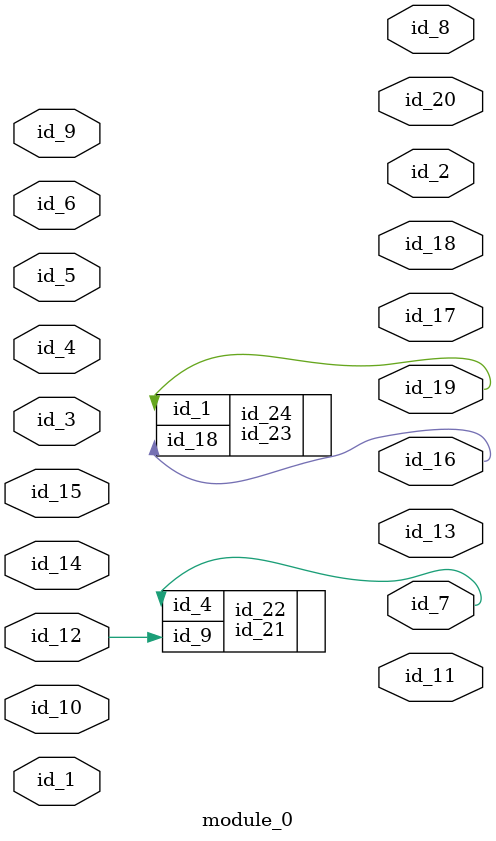
<source format=v>
module module_0 (
    id_1,
    id_2,
    id_3,
    id_4,
    id_5,
    id_6,
    id_7,
    id_8,
    id_9,
    id_10,
    id_11,
    id_12,
    id_13,
    id_14,
    id_15,
    id_16,
    id_17,
    id_18,
    id_19,
    id_20
);
  output id_20;
  output id_19;
  output id_18;
  output id_17;
  output id_16;
  input id_15;
  input id_14;
  output id_13;
  input id_12;
  output id_11;
  input id_10;
  input id_9;
  output id_8;
  output id_7;
  input id_6;
  input id_5;
  input id_4;
  input id_3;
  output id_2;
  input id_1;
  id_21 id_22 (
      .id_4(id_7),
      .id_9(id_12)
  );
  id_23 id_24 (
      .id_18(id_16),
      .id_1 (id_19)
  );
endmodule

</source>
